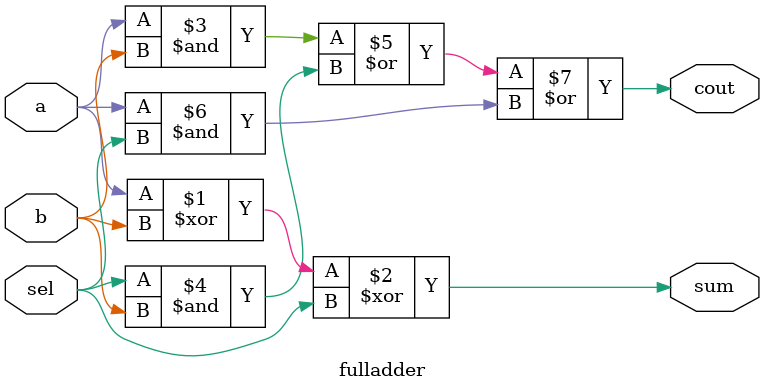
<source format=v>
`timescale 1ns / 1ps


module fulladder(
    input sel,
    input a,
    input b,
    output sum,
    output cout
    );
     assign sum = a ^b^sel;
    assign cout= (a&b)|(sel&b)|(a&sel);
endmodule

</source>
